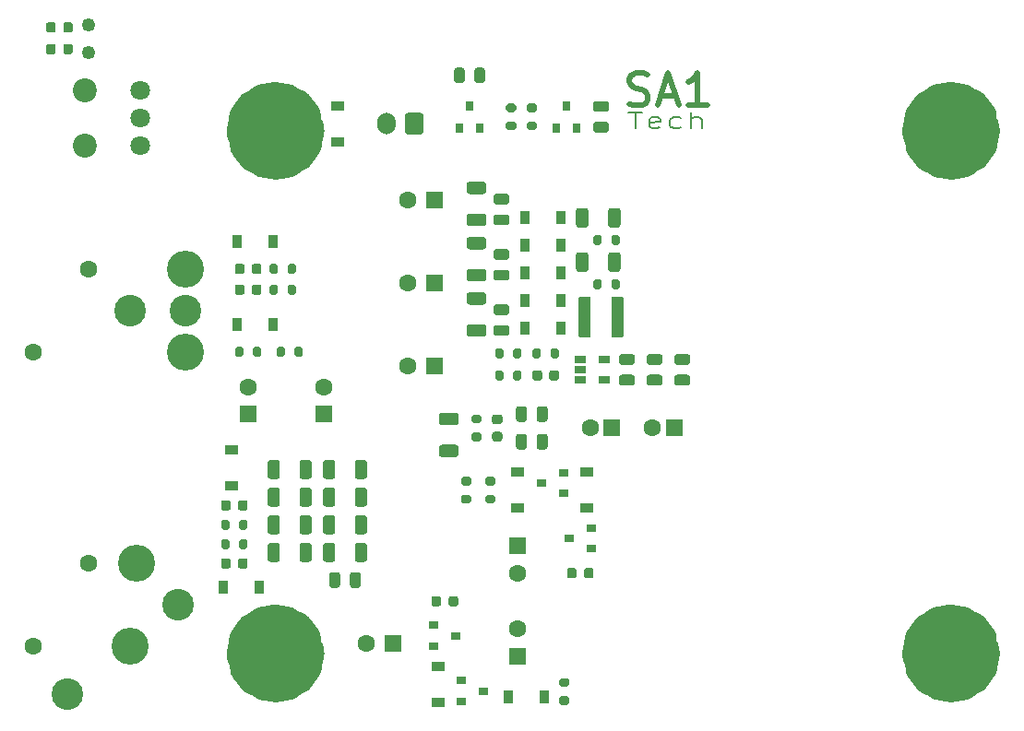
<source format=gts>
%TF.GenerationSoftware,KiCad,Pcbnew,(5.1.7)-1*%
%TF.CreationDate,2022-07-20T01:18:39+08:00*%
%TF.ProjectId,phantom_v1,7068616e-746f-46d5-9f76-312e6b696361,rev?*%
%TF.SameCoordinates,Original*%
%TF.FileFunction,Soldermask,Top*%
%TF.FilePolarity,Negative*%
%FSLAX46Y46*%
G04 Gerber Fmt 4.6, Leading zero omitted, Abs format (unit mm)*
G04 Created by KiCad (PCBNEW (5.1.7)-1) date 2022-07-20 01:18:39*
%MOMM*%
%LPD*%
G01*
G04 APERTURE LIST*
%ADD10C,4.500000*%
%ADD11C,0.200000*%
%ADD12C,0.500000*%
%ADD13C,1.600000*%
%ADD14R,1.600000X1.600000*%
%ADD15R,0.900000X1.200000*%
%ADD16C,2.200000*%
%ADD17C,1.800000*%
%ADD18R,0.900000X0.800000*%
%ADD19R,1.200000X0.900000*%
%ADD20C,1.250000*%
%ADD21C,3.200000*%
%ADD22C,2.900000*%
%ADD23C,3.400000*%
%ADD24R,0.800000X0.900000*%
%ADD25O,1.700000X2.000000*%
%ADD26R,1.060000X0.650000*%
G04 APERTURE END LIST*
D10*
X28250000Y8500000D02*
G75*
G03*
X28250000Y8500000I-2250000J0D01*
G01*
X28250000Y56500000D02*
G75*
G03*
X28250000Y56500000I-2250000J0D01*
G01*
X90250000Y56500000D02*
G75*
G03*
X90250000Y56500000I-2250000J0D01*
G01*
X90250000Y8500000D02*
G75*
G03*
X90250000Y8500000I-2250000J0D01*
G01*
D11*
X58415476Y58221428D02*
X59672619Y58221428D01*
X59044047Y56721428D02*
X59044047Y58221428D01*
X61244047Y56792857D02*
X61034523Y56721428D01*
X60615476Y56721428D01*
X60405952Y56792857D01*
X60301190Y56935714D01*
X60301190Y57507142D01*
X60405952Y57650000D01*
X60615476Y57721428D01*
X61034523Y57721428D01*
X61244047Y57650000D01*
X61348809Y57507142D01*
X61348809Y57364285D01*
X60301190Y57221428D01*
X63234523Y56792857D02*
X63025000Y56721428D01*
X62605952Y56721428D01*
X62396428Y56792857D01*
X62291666Y56864285D01*
X62186904Y57007142D01*
X62186904Y57435714D01*
X62291666Y57578571D01*
X62396428Y57650000D01*
X62605952Y57721428D01*
X63025000Y57721428D01*
X63234523Y57650000D01*
X64177380Y56721428D02*
X64177380Y58221428D01*
X65120238Y56721428D02*
X65120238Y57507142D01*
X65015476Y57650000D01*
X64805952Y57721428D01*
X64491666Y57721428D01*
X64282142Y57650000D01*
X64177380Y57578571D01*
D12*
X58480571Y58979714D02*
X58909142Y58836857D01*
X59623428Y58836857D01*
X59909142Y58979714D01*
X60052000Y59122571D01*
X60194857Y59408285D01*
X60194857Y59694000D01*
X60052000Y59979714D01*
X59909142Y60122571D01*
X59623428Y60265428D01*
X59052000Y60408285D01*
X58766285Y60551142D01*
X58623428Y60694000D01*
X58480571Y60979714D01*
X58480571Y61265428D01*
X58623428Y61551142D01*
X58766285Y61694000D01*
X59052000Y61836857D01*
X59766285Y61836857D01*
X60194857Y61694000D01*
X61337714Y59694000D02*
X62766285Y59694000D01*
X61052000Y58836857D02*
X62052000Y61836857D01*
X63052000Y58836857D01*
X65623428Y58836857D02*
X63909142Y58836857D01*
X64766285Y58836857D02*
X64766285Y61836857D01*
X64480571Y61408285D01*
X64194857Y61122571D01*
X63909142Y60979714D01*
%TO.C,R6*%
G36*
G01*
X43775000Y23920000D02*
X43225000Y23920000D01*
G75*
G02*
X43025000Y24120000I0J200000D01*
G01*
X43025000Y24520000D01*
G75*
G02*
X43225000Y24720000I200000J0D01*
G01*
X43775000Y24720000D01*
G75*
G02*
X43975000Y24520000I0J-200000D01*
G01*
X43975000Y24120000D01*
G75*
G02*
X43775000Y23920000I-200000J0D01*
G01*
G37*
G36*
G01*
X43775000Y22270000D02*
X43225000Y22270000D01*
G75*
G02*
X43025000Y22470000I0J200000D01*
G01*
X43025000Y22870000D01*
G75*
G02*
X43225000Y23070000I200000J0D01*
G01*
X43775000Y23070000D01*
G75*
G02*
X43975000Y22870000I0J-200000D01*
G01*
X43975000Y22470000D01*
G75*
G02*
X43775000Y22270000I-200000J0D01*
G01*
G37*
%TD*%
%TO.C,FB3*%
G36*
G01*
X41895000Y13038750D02*
X41895000Y13551250D01*
G75*
G02*
X42113750Y13770000I218750J0D01*
G01*
X42551250Y13770000D01*
G75*
G02*
X42770000Y13551250I0J-218750D01*
G01*
X42770000Y13038750D01*
G75*
G02*
X42551250Y12820000I-218750J0D01*
G01*
X42113750Y12820000D01*
G75*
G02*
X41895000Y13038750I0J218750D01*
G01*
G37*
G36*
G01*
X40320000Y13038750D02*
X40320000Y13551250D01*
G75*
G02*
X40538750Y13770000I218750J0D01*
G01*
X40976250Y13770000D01*
G75*
G02*
X41195000Y13551250I0J-218750D01*
G01*
X41195000Y13038750D01*
G75*
G02*
X40976250Y12820000I-218750J0D01*
G01*
X40538750Y12820000D01*
G75*
G02*
X40320000Y13038750I0J218750D01*
G01*
G37*
%TD*%
%TO.C,FB2*%
G36*
G01*
X53625000Y16131250D02*
X53625000Y15618750D01*
G75*
G02*
X53406250Y15400000I-218750J0D01*
G01*
X52968750Y15400000D01*
G75*
G02*
X52750000Y15618750I0J218750D01*
G01*
X52750000Y16131250D01*
G75*
G02*
X52968750Y16350000I218750J0D01*
G01*
X53406250Y16350000D01*
G75*
G02*
X53625000Y16131250I0J-218750D01*
G01*
G37*
G36*
G01*
X55200000Y16131250D02*
X55200000Y15618750D01*
G75*
G02*
X54981250Y15400000I-218750J0D01*
G01*
X54543750Y15400000D01*
G75*
G02*
X54325000Y15618750I0J218750D01*
G01*
X54325000Y16131250D01*
G75*
G02*
X54543750Y16350000I218750J0D01*
G01*
X54981250Y16350000D01*
G75*
G02*
X55200000Y16131250I0J-218750D01*
G01*
G37*
%TD*%
%TO.C,FB1*%
G36*
G01*
X46611250Y29560000D02*
X46098750Y29560000D01*
G75*
G02*
X45880000Y29778750I0J218750D01*
G01*
X45880000Y30216250D01*
G75*
G02*
X46098750Y30435000I218750J0D01*
G01*
X46611250Y30435000D01*
G75*
G02*
X46830000Y30216250I0J-218750D01*
G01*
X46830000Y29778750D01*
G75*
G02*
X46611250Y29560000I-218750J0D01*
G01*
G37*
G36*
G01*
X46611250Y27985000D02*
X46098750Y27985000D01*
G75*
G02*
X45880000Y28203750I0J218750D01*
G01*
X45880000Y28641250D01*
G75*
G02*
X46098750Y28860000I218750J0D01*
G01*
X46611250Y28860000D01*
G75*
G02*
X46830000Y28641250I0J-218750D01*
G01*
X46830000Y28203750D01*
G75*
G02*
X46611250Y27985000I-218750J0D01*
G01*
G37*
%TD*%
%TO.C,R7*%
G36*
G01*
X51225000Y35793000D02*
X51225000Y36343000D01*
G75*
G02*
X51425000Y36543000I200000J0D01*
G01*
X51825000Y36543000D01*
G75*
G02*
X52025000Y36343000I0J-200000D01*
G01*
X52025000Y35793000D01*
G75*
G02*
X51825000Y35593000I-200000J0D01*
G01*
X51425000Y35593000D01*
G75*
G02*
X51225000Y35793000I0J200000D01*
G01*
G37*
G36*
G01*
X49575000Y35793000D02*
X49575000Y36343000D01*
G75*
G02*
X49775000Y36543000I200000J0D01*
G01*
X50175000Y36543000D01*
G75*
G02*
X50375000Y36343000I0J-200000D01*
G01*
X50375000Y35793000D01*
G75*
G02*
X50175000Y35593000I-200000J0D01*
G01*
X49775000Y35593000D01*
G75*
G02*
X49575000Y35793000I0J200000D01*
G01*
G37*
%TD*%
D13*
%TO.C,C18*%
X60595000Y29210000D03*
D14*
X62595000Y29210000D03*
%TD*%
%TO.C,R3*%
G36*
G01*
X56813000Y42143000D02*
X56813000Y42693000D01*
G75*
G02*
X57013000Y42893000I200000J0D01*
G01*
X57413000Y42893000D01*
G75*
G02*
X57613000Y42693000I0J-200000D01*
G01*
X57613000Y42143000D01*
G75*
G02*
X57413000Y41943000I-200000J0D01*
G01*
X57013000Y41943000D01*
G75*
G02*
X56813000Y42143000I0J200000D01*
G01*
G37*
G36*
G01*
X55163000Y42143000D02*
X55163000Y42693000D01*
G75*
G02*
X55363000Y42893000I200000J0D01*
G01*
X55763000Y42893000D01*
G75*
G02*
X55963000Y42693000I0J-200000D01*
G01*
X55963000Y42143000D01*
G75*
G02*
X55763000Y41943000I-200000J0D01*
G01*
X55363000Y41943000D01*
G75*
G02*
X55163000Y42143000I0J200000D01*
G01*
G37*
%TD*%
%TO.C,R2*%
G36*
G01*
X56813000Y46207000D02*
X56813000Y46757000D01*
G75*
G02*
X57013000Y46957000I200000J0D01*
G01*
X57413000Y46957000D01*
G75*
G02*
X57613000Y46757000I0J-200000D01*
G01*
X57613000Y46207000D01*
G75*
G02*
X57413000Y46007000I-200000J0D01*
G01*
X57013000Y46007000D01*
G75*
G02*
X56813000Y46207000I0J200000D01*
G01*
G37*
G36*
G01*
X55163000Y46207000D02*
X55163000Y46757000D01*
G75*
G02*
X55363000Y46957000I200000J0D01*
G01*
X55763000Y46957000D01*
G75*
G02*
X55963000Y46757000I0J-200000D01*
G01*
X55963000Y46207000D01*
G75*
G02*
X55763000Y46007000I-200000J0D01*
G01*
X55363000Y46007000D01*
G75*
G02*
X55163000Y46207000I0J200000D01*
G01*
G37*
%TD*%
D15*
%TO.C,D3*%
X48896000Y45974000D03*
X52196000Y45974000D03*
%TD*%
%TO.C,D2*%
X52196000Y48514000D03*
X48896000Y48514000D03*
%TD*%
%TO.C,C6*%
G36*
G01*
X54726000Y49164001D02*
X54726000Y47863999D01*
G75*
G02*
X54476001Y47614000I-249999J0D01*
G01*
X53825999Y47614000D01*
G75*
G02*
X53576000Y47863999I0J249999D01*
G01*
X53576000Y49164001D01*
G75*
G02*
X53825999Y49414000I249999J0D01*
G01*
X54476001Y49414000D01*
G75*
G02*
X54726000Y49164001I0J-249999D01*
G01*
G37*
G36*
G01*
X57676000Y49164001D02*
X57676000Y47863999D01*
G75*
G02*
X57426001Y47614000I-249999J0D01*
G01*
X56775999Y47614000D01*
G75*
G02*
X56526000Y47863999I0J249999D01*
G01*
X56526000Y49164001D01*
G75*
G02*
X56775999Y49414000I249999J0D01*
G01*
X57426001Y49414000D01*
G75*
G02*
X57676000Y49164001I0J-249999D01*
G01*
G37*
%TD*%
%TO.C,C4*%
G36*
G01*
X49980000Y30005000D02*
X49980000Y30955000D01*
G75*
G02*
X50230000Y31205000I250000J0D01*
G01*
X50730000Y31205000D01*
G75*
G02*
X50980000Y30955000I0J-250000D01*
G01*
X50980000Y30005000D01*
G75*
G02*
X50730000Y29755000I-250000J0D01*
G01*
X50230000Y29755000D01*
G75*
G02*
X49980000Y30005000I0J250000D01*
G01*
G37*
G36*
G01*
X48080000Y30005000D02*
X48080000Y30955000D01*
G75*
G02*
X48330000Y31205000I250000J0D01*
G01*
X48830000Y31205000D01*
G75*
G02*
X49080000Y30955000I0J-250000D01*
G01*
X49080000Y30005000D01*
G75*
G02*
X48830000Y29755000I-250000J0D01*
G01*
X48330000Y29755000D01*
G75*
G02*
X48080000Y30005000I0J250000D01*
G01*
G37*
%TD*%
D13*
%TO.C,C3*%
X38140000Y50165000D03*
D14*
X40640000Y50165000D03*
%TD*%
%TO.C,C2*%
G36*
G01*
X45100001Y50684000D02*
X43799999Y50684000D01*
G75*
G02*
X43550000Y50933999I0J249999D01*
G01*
X43550000Y51584001D01*
G75*
G02*
X43799999Y51834000I249999J0D01*
G01*
X45100001Y51834000D01*
G75*
G02*
X45350000Y51584001I0J-249999D01*
G01*
X45350000Y50933999D01*
G75*
G02*
X45100001Y50684000I-249999J0D01*
G01*
G37*
G36*
G01*
X45100001Y47734000D02*
X43799999Y47734000D01*
G75*
G02*
X43550000Y47983999I0J249999D01*
G01*
X43550000Y48634001D01*
G75*
G02*
X43799999Y48884000I249999J0D01*
G01*
X45100001Y48884000D01*
G75*
G02*
X45350000Y48634001I0J-249999D01*
G01*
X45350000Y47983999D01*
G75*
G02*
X45100001Y47734000I-249999J0D01*
G01*
G37*
%TD*%
%TO.C,C1*%
G36*
G01*
X47211000Y49726000D02*
X46261000Y49726000D01*
G75*
G02*
X46011000Y49976000I0J250000D01*
G01*
X46011000Y50476000D01*
G75*
G02*
X46261000Y50726000I250000J0D01*
G01*
X47211000Y50726000D01*
G75*
G02*
X47461000Y50476000I0J-250000D01*
G01*
X47461000Y49976000D01*
G75*
G02*
X47211000Y49726000I-250000J0D01*
G01*
G37*
G36*
G01*
X47211000Y47826000D02*
X46261000Y47826000D01*
G75*
G02*
X46011000Y48076000I0J250000D01*
G01*
X46011000Y48576000D01*
G75*
G02*
X46261000Y48826000I250000J0D01*
G01*
X47211000Y48826000D01*
G75*
G02*
X47461000Y48576000I0J-250000D01*
G01*
X47461000Y48076000D01*
G75*
G02*
X47211000Y47826000I-250000J0D01*
G01*
G37*
%TD*%
D16*
%TO.C,SW1*%
X8500000Y60240000D03*
X8500000Y55160000D03*
D17*
X13580000Y60240000D03*
X13580000Y57700000D03*
X13580000Y55160000D03*
%TD*%
%TO.C,L1*%
G36*
G01*
X54930000Y41147400D02*
X54930000Y37592600D01*
G75*
G02*
X54857400Y37520000I-72600J0D01*
G01*
X53902600Y37520000D01*
G75*
G02*
X53830000Y37592600I0J72600D01*
G01*
X53830000Y41147400D01*
G75*
G02*
X53902600Y41220000I72600J0D01*
G01*
X54857400Y41220000D01*
G75*
G02*
X54930000Y41147400I0J-72600D01*
G01*
G37*
G36*
G01*
X57930000Y41147400D02*
X57930000Y37592600D01*
G75*
G02*
X57857400Y37520000I-72600J0D01*
G01*
X56902600Y37520000D01*
G75*
G02*
X56830000Y37592600I0J72600D01*
G01*
X56830000Y41147400D01*
G75*
G02*
X56902600Y41220000I72600J0D01*
G01*
X57857400Y41220000D01*
G75*
G02*
X57930000Y41147400I0J-72600D01*
G01*
G37*
%TD*%
%TO.C,R4*%
G36*
G01*
X47796000Y33761000D02*
X47796000Y34311000D01*
G75*
G02*
X47996000Y34511000I200000J0D01*
G01*
X48396000Y34511000D01*
G75*
G02*
X48596000Y34311000I0J-200000D01*
G01*
X48596000Y33761000D01*
G75*
G02*
X48396000Y33561000I-200000J0D01*
G01*
X47996000Y33561000D01*
G75*
G02*
X47796000Y33761000I0J200000D01*
G01*
G37*
G36*
G01*
X46146000Y33761000D02*
X46146000Y34311000D01*
G75*
G02*
X46346000Y34511000I200000J0D01*
G01*
X46746000Y34511000D01*
G75*
G02*
X46946000Y34311000I0J-200000D01*
G01*
X46946000Y33761000D01*
G75*
G02*
X46746000Y33561000I-200000J0D01*
G01*
X46346000Y33561000D01*
G75*
G02*
X46146000Y33761000I0J200000D01*
G01*
G37*
%TD*%
D18*
%TO.C,Q5*%
X45085000Y5040000D03*
X43085000Y4090000D03*
X43085000Y5990000D03*
%TD*%
%TO.C,R9*%
G36*
G01*
X45445000Y23070000D02*
X45995000Y23070000D01*
G75*
G02*
X46195000Y22870000I0J-200000D01*
G01*
X46195000Y22470000D01*
G75*
G02*
X45995000Y22270000I-200000J0D01*
G01*
X45445000Y22270000D01*
G75*
G02*
X45245000Y22470000I0J200000D01*
G01*
X45245000Y22870000D01*
G75*
G02*
X45445000Y23070000I200000J0D01*
G01*
G37*
G36*
G01*
X45445000Y24720000D02*
X45995000Y24720000D01*
G75*
G02*
X46195000Y24520000I0J-200000D01*
G01*
X46195000Y24120000D01*
G75*
G02*
X45995000Y23920000I-200000J0D01*
G01*
X45445000Y23920000D01*
G75*
G02*
X45245000Y24120000I0J200000D01*
G01*
X45245000Y24520000D01*
G75*
G02*
X45445000Y24720000I200000J0D01*
G01*
G37*
%TD*%
D13*
%TO.C,C19*%
X54880000Y29210000D03*
D14*
X56880000Y29210000D03*
%TD*%
D13*
%TO.C,C25*%
X23495000Y32980000D03*
D14*
X23495000Y30480000D03*
%TD*%
D13*
%TO.C,C26*%
X30480000Y32980000D03*
D14*
X30480000Y30480000D03*
%TD*%
%TO.C,C31*%
G36*
G01*
X22550000Y21848000D02*
X22550000Y22348000D01*
G75*
G02*
X22775000Y22573000I225000J0D01*
G01*
X23225000Y22573000D01*
G75*
G02*
X23450000Y22348000I0J-225000D01*
G01*
X23450000Y21848000D01*
G75*
G02*
X23225000Y21623000I-225000J0D01*
G01*
X22775000Y21623000D01*
G75*
G02*
X22550000Y21848000I0J225000D01*
G01*
G37*
G36*
G01*
X21000000Y21848000D02*
X21000000Y22348000D01*
G75*
G02*
X21225000Y22573000I225000J0D01*
G01*
X21675000Y22573000D01*
G75*
G02*
X21900000Y22348000I0J-225000D01*
G01*
X21900000Y21848000D01*
G75*
G02*
X21675000Y21623000I-225000J0D01*
G01*
X21225000Y21623000D01*
G75*
G02*
X21000000Y21848000I0J225000D01*
G01*
G37*
%TD*%
%TO.C,C30*%
G36*
G01*
X22550000Y16514000D02*
X22550000Y17014000D01*
G75*
G02*
X22775000Y17239000I225000J0D01*
G01*
X23225000Y17239000D01*
G75*
G02*
X23450000Y17014000I0J-225000D01*
G01*
X23450000Y16514000D01*
G75*
G02*
X23225000Y16289000I-225000J0D01*
G01*
X22775000Y16289000D01*
G75*
G02*
X22550000Y16514000I0J225000D01*
G01*
G37*
G36*
G01*
X21000000Y16514000D02*
X21000000Y17014000D01*
G75*
G02*
X21225000Y17239000I225000J0D01*
G01*
X21675000Y17239000D01*
G75*
G02*
X21900000Y17014000I0J-225000D01*
G01*
X21900000Y16514000D01*
G75*
G02*
X21675000Y16289000I-225000J0D01*
G01*
X21225000Y16289000D01*
G75*
G02*
X21000000Y16514000I0J225000D01*
G01*
G37*
%TD*%
%TO.C,C29*%
G36*
G01*
X23170000Y42160000D02*
X23170000Y41660000D01*
G75*
G02*
X22945000Y41435000I-225000J0D01*
G01*
X22495000Y41435000D01*
G75*
G02*
X22270000Y41660000I0J225000D01*
G01*
X22270000Y42160000D01*
G75*
G02*
X22495000Y42385000I225000J0D01*
G01*
X22945000Y42385000D01*
G75*
G02*
X23170000Y42160000I0J-225000D01*
G01*
G37*
G36*
G01*
X24720000Y42160000D02*
X24720000Y41660000D01*
G75*
G02*
X24495000Y41435000I-225000J0D01*
G01*
X24045000Y41435000D01*
G75*
G02*
X23820000Y41660000I0J225000D01*
G01*
X23820000Y42160000D01*
G75*
G02*
X24045000Y42385000I225000J0D01*
G01*
X24495000Y42385000D01*
G75*
G02*
X24720000Y42160000I0J-225000D01*
G01*
G37*
%TD*%
%TO.C,C28*%
G36*
G01*
X23170000Y44065000D02*
X23170000Y43565000D01*
G75*
G02*
X22945000Y43340000I-225000J0D01*
G01*
X22495000Y43340000D01*
G75*
G02*
X22270000Y43565000I0J225000D01*
G01*
X22270000Y44065000D01*
G75*
G02*
X22495000Y44290000I225000J0D01*
G01*
X22945000Y44290000D01*
G75*
G02*
X23170000Y44065000I0J-225000D01*
G01*
G37*
G36*
G01*
X24720000Y44065000D02*
X24720000Y43565000D01*
G75*
G02*
X24495000Y43340000I-225000J0D01*
G01*
X24045000Y43340000D01*
G75*
G02*
X23820000Y43565000I0J225000D01*
G01*
X23820000Y44065000D01*
G75*
G02*
X24045000Y44290000I225000J0D01*
G01*
X24495000Y44290000D01*
G75*
G02*
X24720000Y44065000I0J-225000D01*
G01*
G37*
%TD*%
%TO.C,R25*%
G36*
G01*
X23070000Y36470000D02*
X23070000Y35920000D01*
G75*
G02*
X22870000Y35720000I-200000J0D01*
G01*
X22470000Y35720000D01*
G75*
G02*
X22270000Y35920000I0J200000D01*
G01*
X22270000Y36470000D01*
G75*
G02*
X22470000Y36670000I200000J0D01*
G01*
X22870000Y36670000D01*
G75*
G02*
X23070000Y36470000I0J-200000D01*
G01*
G37*
G36*
G01*
X24720000Y36470000D02*
X24720000Y35920000D01*
G75*
G02*
X24520000Y35720000I-200000J0D01*
G01*
X24120000Y35720000D01*
G75*
G02*
X23920000Y35920000I0J200000D01*
G01*
X23920000Y36470000D01*
G75*
G02*
X24120000Y36670000I200000J0D01*
G01*
X24520000Y36670000D01*
G75*
G02*
X24720000Y36470000I0J-200000D01*
G01*
G37*
%TD*%
%TO.C,R24*%
G36*
G01*
X26880000Y36470000D02*
X26880000Y35920000D01*
G75*
G02*
X26680000Y35720000I-200000J0D01*
G01*
X26280000Y35720000D01*
G75*
G02*
X26080000Y35920000I0J200000D01*
G01*
X26080000Y36470000D01*
G75*
G02*
X26280000Y36670000I200000J0D01*
G01*
X26680000Y36670000D01*
G75*
G02*
X26880000Y36470000I0J-200000D01*
G01*
G37*
G36*
G01*
X28530000Y36470000D02*
X28530000Y35920000D01*
G75*
G02*
X28330000Y35720000I-200000J0D01*
G01*
X27930000Y35720000D01*
G75*
G02*
X27730000Y35920000I0J200000D01*
G01*
X27730000Y36470000D01*
G75*
G02*
X27930000Y36670000I200000J0D01*
G01*
X28330000Y36670000D01*
G75*
G02*
X28530000Y36470000I0J-200000D01*
G01*
G37*
%TD*%
%TO.C,R20*%
G36*
G01*
X26245000Y42185000D02*
X26245000Y41635000D01*
G75*
G02*
X26045000Y41435000I-200000J0D01*
G01*
X25645000Y41435000D01*
G75*
G02*
X25445000Y41635000I0J200000D01*
G01*
X25445000Y42185000D01*
G75*
G02*
X25645000Y42385000I200000J0D01*
G01*
X26045000Y42385000D01*
G75*
G02*
X26245000Y42185000I0J-200000D01*
G01*
G37*
G36*
G01*
X27895000Y42185000D02*
X27895000Y41635000D01*
G75*
G02*
X27695000Y41435000I-200000J0D01*
G01*
X27295000Y41435000D01*
G75*
G02*
X27095000Y41635000I0J200000D01*
G01*
X27095000Y42185000D01*
G75*
G02*
X27295000Y42385000I200000J0D01*
G01*
X27695000Y42385000D01*
G75*
G02*
X27895000Y42185000I0J-200000D01*
G01*
G37*
%TD*%
%TO.C,R22*%
G36*
G01*
X26245000Y44090000D02*
X26245000Y43540000D01*
G75*
G02*
X26045000Y43340000I-200000J0D01*
G01*
X25645000Y43340000D01*
G75*
G02*
X25445000Y43540000I0J200000D01*
G01*
X25445000Y44090000D01*
G75*
G02*
X25645000Y44290000I200000J0D01*
G01*
X26045000Y44290000D01*
G75*
G02*
X26245000Y44090000I0J-200000D01*
G01*
G37*
G36*
G01*
X27895000Y44090000D02*
X27895000Y43540000D01*
G75*
G02*
X27695000Y43340000I-200000J0D01*
G01*
X27295000Y43340000D01*
G75*
G02*
X27095000Y43540000I0J200000D01*
G01*
X27095000Y44090000D01*
G75*
G02*
X27295000Y44290000I200000J0D01*
G01*
X27695000Y44290000D01*
G75*
G02*
X27895000Y44090000I0J-200000D01*
G01*
G37*
%TD*%
%TO.C,R21*%
G36*
G01*
X22650000Y20045000D02*
X22650000Y20595000D01*
G75*
G02*
X22850000Y20795000I200000J0D01*
G01*
X23250000Y20795000D01*
G75*
G02*
X23450000Y20595000I0J-200000D01*
G01*
X23450000Y20045000D01*
G75*
G02*
X23250000Y19845000I-200000J0D01*
G01*
X22850000Y19845000D01*
G75*
G02*
X22650000Y20045000I0J200000D01*
G01*
G37*
G36*
G01*
X21000000Y20045000D02*
X21000000Y20595000D01*
G75*
G02*
X21200000Y20795000I200000J0D01*
G01*
X21600000Y20795000D01*
G75*
G02*
X21800000Y20595000I0J-200000D01*
G01*
X21800000Y20045000D01*
G75*
G02*
X21600000Y19845000I-200000J0D01*
G01*
X21200000Y19845000D01*
G75*
G02*
X21000000Y20045000I0J200000D01*
G01*
G37*
%TD*%
%TO.C,R23*%
G36*
G01*
X22650000Y18267000D02*
X22650000Y18817000D01*
G75*
G02*
X22850000Y19017000I200000J0D01*
G01*
X23250000Y19017000D01*
G75*
G02*
X23450000Y18817000I0J-200000D01*
G01*
X23450000Y18267000D01*
G75*
G02*
X23250000Y18067000I-200000J0D01*
G01*
X22850000Y18067000D01*
G75*
G02*
X22650000Y18267000I0J200000D01*
G01*
G37*
G36*
G01*
X21000000Y18267000D02*
X21000000Y18817000D01*
G75*
G02*
X21200000Y19017000I200000J0D01*
G01*
X21600000Y19017000D01*
G75*
G02*
X21800000Y18817000I0J-200000D01*
G01*
X21800000Y18267000D01*
G75*
G02*
X21600000Y18067000I-200000J0D01*
G01*
X21200000Y18067000D01*
G75*
G02*
X21000000Y18267000I0J200000D01*
G01*
G37*
%TD*%
%TO.C,R18*%
G36*
G01*
X28205000Y24774997D02*
X28205000Y26025003D01*
G75*
G02*
X28454997Y26275000I249997J0D01*
G01*
X29080003Y26275000D01*
G75*
G02*
X29330000Y26025003I0J-249997D01*
G01*
X29330000Y24774997D01*
G75*
G02*
X29080003Y24525000I-249997J0D01*
G01*
X28454997Y24525000D01*
G75*
G02*
X28205000Y24774997I0J249997D01*
G01*
G37*
G36*
G01*
X25280000Y24774997D02*
X25280000Y26025003D01*
G75*
G02*
X25529997Y26275000I249997J0D01*
G01*
X26155003Y26275000D01*
G75*
G02*
X26405000Y26025003I0J-249997D01*
G01*
X26405000Y24774997D01*
G75*
G02*
X26155003Y24525000I-249997J0D01*
G01*
X25529997Y24525000D01*
G75*
G02*
X25280000Y24774997I0J249997D01*
G01*
G37*
%TD*%
%TO.C,R14*%
G36*
G01*
X33285000Y24774997D02*
X33285000Y26025003D01*
G75*
G02*
X33534997Y26275000I249997J0D01*
G01*
X34160003Y26275000D01*
G75*
G02*
X34410000Y26025003I0J-249997D01*
G01*
X34410000Y24774997D01*
G75*
G02*
X34160003Y24525000I-249997J0D01*
G01*
X33534997Y24525000D01*
G75*
G02*
X33285000Y24774997I0J249997D01*
G01*
G37*
G36*
G01*
X30360000Y24774997D02*
X30360000Y26025003D01*
G75*
G02*
X30609997Y26275000I249997J0D01*
G01*
X31235003Y26275000D01*
G75*
G02*
X31485000Y26025003I0J-249997D01*
G01*
X31485000Y24774997D01*
G75*
G02*
X31235003Y24525000I-249997J0D01*
G01*
X30609997Y24525000D01*
G75*
G02*
X30360000Y24774997I0J249997D01*
G01*
G37*
%TD*%
%TO.C,R17*%
G36*
G01*
X28205000Y22234997D02*
X28205000Y23485003D01*
G75*
G02*
X28454997Y23735000I249997J0D01*
G01*
X29080003Y23735000D01*
G75*
G02*
X29330000Y23485003I0J-249997D01*
G01*
X29330000Y22234997D01*
G75*
G02*
X29080003Y21985000I-249997J0D01*
G01*
X28454997Y21985000D01*
G75*
G02*
X28205000Y22234997I0J249997D01*
G01*
G37*
G36*
G01*
X25280000Y22234997D02*
X25280000Y23485003D01*
G75*
G02*
X25529997Y23735000I249997J0D01*
G01*
X26155003Y23735000D01*
G75*
G02*
X26405000Y23485003I0J-249997D01*
G01*
X26405000Y22234997D01*
G75*
G02*
X26155003Y21985000I-249997J0D01*
G01*
X25529997Y21985000D01*
G75*
G02*
X25280000Y22234997I0J249997D01*
G01*
G37*
%TD*%
%TO.C,R13*%
G36*
G01*
X33285000Y22234997D02*
X33285000Y23485003D01*
G75*
G02*
X33534997Y23735000I249997J0D01*
G01*
X34160003Y23735000D01*
G75*
G02*
X34410000Y23485003I0J-249997D01*
G01*
X34410000Y22234997D01*
G75*
G02*
X34160003Y21985000I-249997J0D01*
G01*
X33534997Y21985000D01*
G75*
G02*
X33285000Y22234997I0J249997D01*
G01*
G37*
G36*
G01*
X30360000Y22234997D02*
X30360000Y23485003D01*
G75*
G02*
X30609997Y23735000I249997J0D01*
G01*
X31235003Y23735000D01*
G75*
G02*
X31485000Y23485003I0J-249997D01*
G01*
X31485000Y22234997D01*
G75*
G02*
X31235003Y21985000I-249997J0D01*
G01*
X30609997Y21985000D01*
G75*
G02*
X30360000Y22234997I0J249997D01*
G01*
G37*
%TD*%
%TO.C,R16*%
G36*
G01*
X28205000Y19694997D02*
X28205000Y20945003D01*
G75*
G02*
X28454997Y21195000I249997J0D01*
G01*
X29080003Y21195000D01*
G75*
G02*
X29330000Y20945003I0J-249997D01*
G01*
X29330000Y19694997D01*
G75*
G02*
X29080003Y19445000I-249997J0D01*
G01*
X28454997Y19445000D01*
G75*
G02*
X28205000Y19694997I0J249997D01*
G01*
G37*
G36*
G01*
X25280000Y19694997D02*
X25280000Y20945003D01*
G75*
G02*
X25529997Y21195000I249997J0D01*
G01*
X26155003Y21195000D01*
G75*
G02*
X26405000Y20945003I0J-249997D01*
G01*
X26405000Y19694997D01*
G75*
G02*
X26155003Y19445000I-249997J0D01*
G01*
X25529997Y19445000D01*
G75*
G02*
X25280000Y19694997I0J249997D01*
G01*
G37*
%TD*%
%TO.C,R12*%
G36*
G01*
X33285000Y19694997D02*
X33285000Y20945003D01*
G75*
G02*
X33534997Y21195000I249997J0D01*
G01*
X34160003Y21195000D01*
G75*
G02*
X34410000Y20945003I0J-249997D01*
G01*
X34410000Y19694997D01*
G75*
G02*
X34160003Y19445000I-249997J0D01*
G01*
X33534997Y19445000D01*
G75*
G02*
X33285000Y19694997I0J249997D01*
G01*
G37*
G36*
G01*
X30360000Y19694997D02*
X30360000Y20945003D01*
G75*
G02*
X30609997Y21195000I249997J0D01*
G01*
X31235003Y21195000D01*
G75*
G02*
X31485000Y20945003I0J-249997D01*
G01*
X31485000Y19694997D01*
G75*
G02*
X31235003Y19445000I-249997J0D01*
G01*
X30609997Y19445000D01*
G75*
G02*
X30360000Y19694997I0J249997D01*
G01*
G37*
%TD*%
%TO.C,R15*%
G36*
G01*
X28205000Y17154997D02*
X28205000Y18405003D01*
G75*
G02*
X28454997Y18655000I249997J0D01*
G01*
X29080003Y18655000D01*
G75*
G02*
X29330000Y18405003I0J-249997D01*
G01*
X29330000Y17154997D01*
G75*
G02*
X29080003Y16905000I-249997J0D01*
G01*
X28454997Y16905000D01*
G75*
G02*
X28205000Y17154997I0J249997D01*
G01*
G37*
G36*
G01*
X25280000Y17154997D02*
X25280000Y18405003D01*
G75*
G02*
X25529997Y18655000I249997J0D01*
G01*
X26155003Y18655000D01*
G75*
G02*
X26405000Y18405003I0J-249997D01*
G01*
X26405000Y17154997D01*
G75*
G02*
X26155003Y16905000I-249997J0D01*
G01*
X25529997Y16905000D01*
G75*
G02*
X25280000Y17154997I0J249997D01*
G01*
G37*
%TD*%
%TO.C,R11*%
G36*
G01*
X33285000Y17154997D02*
X33285000Y18405003D01*
G75*
G02*
X33534997Y18655000I249997J0D01*
G01*
X34160003Y18655000D01*
G75*
G02*
X34410000Y18405003I0J-249997D01*
G01*
X34410000Y17154997D01*
G75*
G02*
X34160003Y16905000I-249997J0D01*
G01*
X33534997Y16905000D01*
G75*
G02*
X33285000Y17154997I0J249997D01*
G01*
G37*
G36*
G01*
X30360000Y17154997D02*
X30360000Y18405003D01*
G75*
G02*
X30609997Y18655000I249997J0D01*
G01*
X31235003Y18655000D01*
G75*
G02*
X31485000Y18405003I0J-249997D01*
G01*
X31485000Y17154997D01*
G75*
G02*
X31235003Y16905000I-249997J0D01*
G01*
X30609997Y16905000D01*
G75*
G02*
X30360000Y17154997I0J249997D01*
G01*
G37*
%TD*%
%TO.C,R10*%
G36*
G01*
X52775000Y5425000D02*
X52225000Y5425000D01*
G75*
G02*
X52025000Y5625000I0J200000D01*
G01*
X52025000Y6025000D01*
G75*
G02*
X52225000Y6225000I200000J0D01*
G01*
X52775000Y6225000D01*
G75*
G02*
X52975000Y6025000I0J-200000D01*
G01*
X52975000Y5625000D01*
G75*
G02*
X52775000Y5425000I-200000J0D01*
G01*
G37*
G36*
G01*
X52775000Y3775000D02*
X52225000Y3775000D01*
G75*
G02*
X52025000Y3975000I0J200000D01*
G01*
X52025000Y4375000D01*
G75*
G02*
X52225000Y4575000I200000J0D01*
G01*
X52775000Y4575000D01*
G75*
G02*
X52975000Y4375000I0J-200000D01*
G01*
X52975000Y3975000D01*
G75*
G02*
X52775000Y3775000I-200000J0D01*
G01*
G37*
%TD*%
%TO.C,R1*%
G36*
G01*
X44725000Y29635000D02*
X44175000Y29635000D01*
G75*
G02*
X43975000Y29835000I0J200000D01*
G01*
X43975000Y30235000D01*
G75*
G02*
X44175000Y30435000I200000J0D01*
G01*
X44725000Y30435000D01*
G75*
G02*
X44925000Y30235000I0J-200000D01*
G01*
X44925000Y29835000D01*
G75*
G02*
X44725000Y29635000I-200000J0D01*
G01*
G37*
G36*
G01*
X44725000Y27985000D02*
X44175000Y27985000D01*
G75*
G02*
X43975000Y28185000I0J200000D01*
G01*
X43975000Y28585000D01*
G75*
G02*
X44175000Y28785000I200000J0D01*
G01*
X44725000Y28785000D01*
G75*
G02*
X44925000Y28585000I0J-200000D01*
G01*
X44925000Y28185000D01*
G75*
G02*
X44725000Y27985000I-200000J0D01*
G01*
G37*
%TD*%
%TO.C,R5*%
G36*
G01*
X47796000Y35793000D02*
X47796000Y36343000D01*
G75*
G02*
X47996000Y36543000I200000J0D01*
G01*
X48396000Y36543000D01*
G75*
G02*
X48596000Y36343000I0J-200000D01*
G01*
X48596000Y35793000D01*
G75*
G02*
X48396000Y35593000I-200000J0D01*
G01*
X47996000Y35593000D01*
G75*
G02*
X47796000Y35793000I0J200000D01*
G01*
G37*
G36*
G01*
X46146000Y35793000D02*
X46146000Y36343000D01*
G75*
G02*
X46346000Y36543000I200000J0D01*
G01*
X46746000Y36543000D01*
G75*
G02*
X46946000Y36343000I0J-200000D01*
G01*
X46946000Y35793000D01*
G75*
G02*
X46746000Y35593000I-200000J0D01*
G01*
X46346000Y35593000D01*
G75*
G02*
X46146000Y35793000I0J200000D01*
G01*
G37*
%TD*%
%TO.C,C20*%
G36*
G01*
X51125000Y33786000D02*
X51125000Y34286000D01*
G75*
G02*
X51350000Y34511000I225000J0D01*
G01*
X51800000Y34511000D01*
G75*
G02*
X52025000Y34286000I0J-225000D01*
G01*
X52025000Y33786000D01*
G75*
G02*
X51800000Y33561000I-225000J0D01*
G01*
X51350000Y33561000D01*
G75*
G02*
X51125000Y33786000I0J225000D01*
G01*
G37*
G36*
G01*
X49575000Y33786000D02*
X49575000Y34286000D01*
G75*
G02*
X49800000Y34511000I225000J0D01*
G01*
X50250000Y34511000D01*
G75*
G02*
X50475000Y34286000I0J-225000D01*
G01*
X50475000Y33786000D01*
G75*
G02*
X50250000Y33561000I-225000J0D01*
G01*
X49800000Y33561000D01*
G75*
G02*
X49575000Y33786000I0J225000D01*
G01*
G37*
%TD*%
%TO.C,C21*%
G36*
G01*
X31935000Y15715000D02*
X31935000Y14765000D01*
G75*
G02*
X31685000Y14515000I-250000J0D01*
G01*
X31185000Y14515000D01*
G75*
G02*
X30935000Y14765000I0J250000D01*
G01*
X30935000Y15715000D01*
G75*
G02*
X31185000Y15965000I250000J0D01*
G01*
X31685000Y15965000D01*
G75*
G02*
X31935000Y15715000I0J-250000D01*
G01*
G37*
G36*
G01*
X33835000Y15715000D02*
X33835000Y14765000D01*
G75*
G02*
X33585000Y14515000I-250000J0D01*
G01*
X33085000Y14515000D01*
G75*
G02*
X32835000Y14765000I0J250000D01*
G01*
X32835000Y15715000D01*
G75*
G02*
X33085000Y15965000I250000J0D01*
G01*
X33585000Y15965000D01*
G75*
G02*
X33835000Y15715000I0J-250000D01*
G01*
G37*
%TD*%
D19*
%TO.C,D10*%
X40910000Y4025000D03*
X40910000Y7325000D03*
%TD*%
D18*
%TO.C,Q3*%
X42545000Y10120000D03*
X40545000Y9170000D03*
X40545000Y11070000D03*
%TD*%
%TO.C,Q4*%
X50435000Y24130000D03*
X52435000Y25080000D03*
X52435000Y23180000D03*
%TD*%
%TO.C,Q2*%
X52975000Y19050000D03*
X54975000Y20000000D03*
X54975000Y18100000D03*
%TD*%
D15*
%TO.C,D8*%
X47350000Y4500000D03*
X50650000Y4500000D03*
%TD*%
D19*
%TO.C,D9*%
X54610000Y25145000D03*
X54610000Y21845000D03*
%TD*%
%TO.C,D7*%
X48260000Y21845000D03*
X48260000Y25145000D03*
%TD*%
D13*
%TO.C,C23*%
X48260000Y10775000D03*
D14*
X48260000Y8275000D03*
%TD*%
D20*
%TO.C,N5*%
X8880000Y66270000D03*
X8880000Y63730000D03*
%TD*%
D21*
%TO.C,H4*%
X88000000Y8500000D03*
%TD*%
%TO.C,H3*%
X88000000Y56500000D03*
%TD*%
%TO.C,H2*%
X26000000Y8500000D03*
%TD*%
%TO.C,H1*%
X26000000Y56500000D03*
%TD*%
%TO.C,R26*%
G36*
G01*
X49255000Y57360000D02*
X49805000Y57360000D01*
G75*
G02*
X50005000Y57160000I0J-200000D01*
G01*
X50005000Y56760000D01*
G75*
G02*
X49805000Y56560000I-200000J0D01*
G01*
X49255000Y56560000D01*
G75*
G02*
X49055000Y56760000I0J200000D01*
G01*
X49055000Y57160000D01*
G75*
G02*
X49255000Y57360000I200000J0D01*
G01*
G37*
G36*
G01*
X49255000Y59010000D02*
X49805000Y59010000D01*
G75*
G02*
X50005000Y58810000I0J-200000D01*
G01*
X50005000Y58410000D01*
G75*
G02*
X49805000Y58210000I-200000J0D01*
G01*
X49255000Y58210000D01*
G75*
G02*
X49055000Y58410000I0J200000D01*
G01*
X49055000Y58810000D01*
G75*
G02*
X49255000Y59010000I200000J0D01*
G01*
G37*
%TD*%
%TO.C,R19*%
G36*
G01*
X47900000Y58210000D02*
X47350000Y58210000D01*
G75*
G02*
X47150000Y58410000I0J200000D01*
G01*
X47150000Y58810000D01*
G75*
G02*
X47350000Y59010000I200000J0D01*
G01*
X47900000Y59010000D01*
G75*
G02*
X48100000Y58810000I0J-200000D01*
G01*
X48100000Y58410000D01*
G75*
G02*
X47900000Y58210000I-200000J0D01*
G01*
G37*
G36*
G01*
X47900000Y56560000D02*
X47350000Y56560000D01*
G75*
G02*
X47150000Y56760000I0J200000D01*
G01*
X47150000Y57160000D01*
G75*
G02*
X47350000Y57360000I200000J0D01*
G01*
X47900000Y57360000D01*
G75*
G02*
X48100000Y57160000I0J-200000D01*
G01*
X48100000Y56760000D01*
G75*
G02*
X47900000Y56560000I-200000J0D01*
G01*
G37*
%TD*%
D13*
%TO.C,C24*%
X34310000Y9398000D03*
D14*
X36810000Y9398000D03*
%TD*%
D13*
%TO.C,C22*%
X48260000Y15895000D03*
D14*
X48260000Y18395000D03*
%TD*%
D13*
%TO.C,C14*%
X38120000Y34925000D03*
D14*
X40620000Y34925000D03*
%TD*%
D13*
%TO.C,C10*%
X38120000Y42545000D03*
D14*
X40620000Y42545000D03*
%TD*%
D22*
%TO.C,J3*%
X6930000Y4750000D03*
D13*
X8840000Y16810000D03*
X3760000Y9190000D03*
D22*
X17100000Y13000000D03*
D23*
X13285000Y16810000D03*
X12650000Y9190000D03*
%TD*%
D22*
%TO.C,J2*%
X12650000Y40000000D03*
D13*
X8840000Y43810000D03*
X3760000Y36190000D03*
D22*
X17730000Y40000000D03*
D23*
X17730000Y43810000D03*
X17730000Y36190000D03*
%TD*%
D19*
%TO.C,D1*%
X31750000Y58800000D03*
X31750000Y55500000D03*
%TD*%
%TO.C,F1*%
G36*
G01*
X43365000Y62051250D02*
X43365000Y61138750D01*
G75*
G02*
X43121250Y60895000I-243750J0D01*
G01*
X42633750Y60895000D01*
G75*
G02*
X42390000Y61138750I0J243750D01*
G01*
X42390000Y62051250D01*
G75*
G02*
X42633750Y62295000I243750J0D01*
G01*
X43121250Y62295000D01*
G75*
G02*
X43365000Y62051250I0J-243750D01*
G01*
G37*
G36*
G01*
X45240000Y62051250D02*
X45240000Y61138750D01*
G75*
G02*
X44996250Y60895000I-243750J0D01*
G01*
X44508750Y60895000D01*
G75*
G02*
X44265000Y61138750I0J243750D01*
G01*
X44265000Y62051250D01*
G75*
G02*
X44508750Y62295000I243750J0D01*
G01*
X44996250Y62295000D01*
G75*
G02*
X45240000Y62051250I0J-243750D01*
G01*
G37*
%TD*%
D24*
%TO.C,Q1*%
X43815000Y58785000D03*
X44765000Y56785000D03*
X42865000Y56785000D03*
%TD*%
D19*
%TO.C,D15*%
X21971000Y27177000D03*
X21971000Y23877000D03*
%TD*%
D15*
%TO.C,D14*%
X24510000Y14605000D03*
X21210000Y14605000D03*
%TD*%
%TO.C,D13*%
X25780000Y38735000D03*
X22480000Y38735000D03*
%TD*%
%TO.C,D12*%
X25780000Y46355000D03*
X22480000Y46355000D03*
%TD*%
D25*
%TO.C,J1*%
X36235000Y57150000D03*
G36*
G01*
X39585000Y57900000D02*
X39585000Y56400000D01*
G75*
G02*
X39335000Y56150000I-250000J0D01*
G01*
X38135000Y56150000D01*
G75*
G02*
X37885000Y56400000I0J250000D01*
G01*
X37885000Y57900000D01*
G75*
G02*
X38135000Y58150000I250000J0D01*
G01*
X39335000Y58150000D01*
G75*
G02*
X39585000Y57900000I0J-250000D01*
G01*
G37*
%TD*%
%TO.C,C7*%
G36*
G01*
X41259999Y27675000D02*
X42560001Y27675000D01*
G75*
G02*
X42810000Y27425001I0J-249999D01*
G01*
X42810000Y26774999D01*
G75*
G02*
X42560001Y26525000I-249999J0D01*
G01*
X41259999Y26525000D01*
G75*
G02*
X41010000Y26774999I0J249999D01*
G01*
X41010000Y27425001D01*
G75*
G02*
X41259999Y27675000I249999J0D01*
G01*
G37*
G36*
G01*
X41259999Y30625000D02*
X42560001Y30625000D01*
G75*
G02*
X42810000Y30375001I0J-249999D01*
G01*
X42810000Y29724999D01*
G75*
G02*
X42560001Y29475000I-249999J0D01*
G01*
X41259999Y29475000D01*
G75*
G02*
X41010000Y29724999I0J249999D01*
G01*
X41010000Y30375001D01*
G75*
G02*
X41259999Y30625000I249999J0D01*
G01*
G37*
%TD*%
%TO.C,C5*%
G36*
G01*
X49980000Y27465000D02*
X49980000Y28415000D01*
G75*
G02*
X50230000Y28665000I250000J0D01*
G01*
X50730000Y28665000D01*
G75*
G02*
X50980000Y28415000I0J-250000D01*
G01*
X50980000Y27465000D01*
G75*
G02*
X50730000Y27215000I-250000J0D01*
G01*
X50230000Y27215000D01*
G75*
G02*
X49980000Y27465000I0J250000D01*
G01*
G37*
G36*
G01*
X48080000Y27465000D02*
X48080000Y28415000D01*
G75*
G02*
X48330000Y28665000I250000J0D01*
G01*
X48830000Y28665000D01*
G75*
G02*
X49080000Y28415000I0J-250000D01*
G01*
X49080000Y27465000D01*
G75*
G02*
X48830000Y27215000I-250000J0D01*
G01*
X48330000Y27215000D01*
G75*
G02*
X48080000Y27465000I0J250000D01*
G01*
G37*
%TD*%
%TO.C,C13*%
G36*
G01*
X45100001Y40524000D02*
X43799999Y40524000D01*
G75*
G02*
X43550000Y40773999I0J249999D01*
G01*
X43550000Y41424001D01*
G75*
G02*
X43799999Y41674000I249999J0D01*
G01*
X45100001Y41674000D01*
G75*
G02*
X45350000Y41424001I0J-249999D01*
G01*
X45350000Y40773999D01*
G75*
G02*
X45100001Y40524000I-249999J0D01*
G01*
G37*
G36*
G01*
X45100001Y37574000D02*
X43799999Y37574000D01*
G75*
G02*
X43550000Y37823999I0J249999D01*
G01*
X43550000Y38474001D01*
G75*
G02*
X43799999Y38724000I249999J0D01*
G01*
X45100001Y38724000D01*
G75*
G02*
X45350000Y38474001I0J-249999D01*
G01*
X45350000Y37823999D01*
G75*
G02*
X45100001Y37574000I-249999J0D01*
G01*
G37*
%TD*%
%TO.C,C11*%
G36*
G01*
X54726000Y45100001D02*
X54726000Y43799999D01*
G75*
G02*
X54476001Y43550000I-249999J0D01*
G01*
X53825999Y43550000D01*
G75*
G02*
X53576000Y43799999I0J249999D01*
G01*
X53576000Y45100001D01*
G75*
G02*
X53825999Y45350000I249999J0D01*
G01*
X54476001Y45350000D01*
G75*
G02*
X54726000Y45100001I0J-249999D01*
G01*
G37*
G36*
G01*
X57676000Y45100001D02*
X57676000Y43799999D01*
G75*
G02*
X57426001Y43550000I-249999J0D01*
G01*
X56775999Y43550000D01*
G75*
G02*
X56526000Y43799999I0J249999D01*
G01*
X56526000Y45100001D01*
G75*
G02*
X56775999Y45350000I249999J0D01*
G01*
X57426001Y45350000D01*
G75*
G02*
X57676000Y45100001I0J-249999D01*
G01*
G37*
%TD*%
%TO.C,C8*%
G36*
G01*
X47211000Y44646000D02*
X46261000Y44646000D01*
G75*
G02*
X46011000Y44896000I0J250000D01*
G01*
X46011000Y45396000D01*
G75*
G02*
X46261000Y45646000I250000J0D01*
G01*
X47211000Y45646000D01*
G75*
G02*
X47461000Y45396000I0J-250000D01*
G01*
X47461000Y44896000D01*
G75*
G02*
X47211000Y44646000I-250000J0D01*
G01*
G37*
G36*
G01*
X47211000Y42746000D02*
X46261000Y42746000D01*
G75*
G02*
X46011000Y42996000I0J250000D01*
G01*
X46011000Y43496000D01*
G75*
G02*
X46261000Y43746000I250000J0D01*
G01*
X47211000Y43746000D01*
G75*
G02*
X47461000Y43496000I0J-250000D01*
G01*
X47461000Y42996000D01*
G75*
G02*
X47211000Y42746000I-250000J0D01*
G01*
G37*
%TD*%
%TO.C,C9*%
G36*
G01*
X45100001Y45604000D02*
X43799999Y45604000D01*
G75*
G02*
X43550000Y45853999I0J249999D01*
G01*
X43550000Y46504001D01*
G75*
G02*
X43799999Y46754000I249999J0D01*
G01*
X45100001Y46754000D01*
G75*
G02*
X45350000Y46504001I0J-249999D01*
G01*
X45350000Y45853999D01*
G75*
G02*
X45100001Y45604000I-249999J0D01*
G01*
G37*
G36*
G01*
X45100001Y42654000D02*
X43799999Y42654000D01*
G75*
G02*
X43550000Y42903999I0J249999D01*
G01*
X43550000Y43554001D01*
G75*
G02*
X43799999Y43804000I249999J0D01*
G01*
X45100001Y43804000D01*
G75*
G02*
X45350000Y43554001I0J-249999D01*
G01*
X45350000Y42903999D01*
G75*
G02*
X45100001Y42654000I-249999J0D01*
G01*
G37*
%TD*%
D15*
%TO.C,D5*%
X48896000Y40894000D03*
X52196000Y40894000D03*
%TD*%
%TO.C,D4*%
X52196000Y43434000D03*
X48896000Y43434000D03*
%TD*%
%TO.C,C15*%
G36*
G01*
X62861000Y34108000D02*
X63811000Y34108000D01*
G75*
G02*
X64061000Y33858000I0J-250000D01*
G01*
X64061000Y33358000D01*
G75*
G02*
X63811000Y33108000I-250000J0D01*
G01*
X62861000Y33108000D01*
G75*
G02*
X62611000Y33358000I0J250000D01*
G01*
X62611000Y33858000D01*
G75*
G02*
X62861000Y34108000I250000J0D01*
G01*
G37*
G36*
G01*
X62861000Y36008000D02*
X63811000Y36008000D01*
G75*
G02*
X64061000Y35758000I0J-250000D01*
G01*
X64061000Y35258000D01*
G75*
G02*
X63811000Y35008000I-250000J0D01*
G01*
X62861000Y35008000D01*
G75*
G02*
X62611000Y35258000I0J250000D01*
G01*
X62611000Y35758000D01*
G75*
G02*
X62861000Y36008000I250000J0D01*
G01*
G37*
%TD*%
%TO.C,C12*%
G36*
G01*
X47211000Y39566000D02*
X46261000Y39566000D01*
G75*
G02*
X46011000Y39816000I0J250000D01*
G01*
X46011000Y40316000D01*
G75*
G02*
X46261000Y40566000I250000J0D01*
G01*
X47211000Y40566000D01*
G75*
G02*
X47461000Y40316000I0J-250000D01*
G01*
X47461000Y39816000D01*
G75*
G02*
X47211000Y39566000I-250000J0D01*
G01*
G37*
G36*
G01*
X47211000Y37666000D02*
X46261000Y37666000D01*
G75*
G02*
X46011000Y37916000I0J250000D01*
G01*
X46011000Y38416000D01*
G75*
G02*
X46261000Y38666000I250000J0D01*
G01*
X47211000Y38666000D01*
G75*
G02*
X47461000Y38416000I0J-250000D01*
G01*
X47461000Y37916000D01*
G75*
G02*
X47211000Y37666000I-250000J0D01*
G01*
G37*
%TD*%
%TO.C,D6*%
X52196000Y38354000D03*
X48896000Y38354000D03*
%TD*%
%TO.C,C17*%
G36*
G01*
X57781000Y34108000D02*
X58731000Y34108000D01*
G75*
G02*
X58981000Y33858000I0J-250000D01*
G01*
X58981000Y33358000D01*
G75*
G02*
X58731000Y33108000I-250000J0D01*
G01*
X57781000Y33108000D01*
G75*
G02*
X57531000Y33358000I0J250000D01*
G01*
X57531000Y33858000D01*
G75*
G02*
X57781000Y34108000I250000J0D01*
G01*
G37*
G36*
G01*
X57781000Y36008000D02*
X58731000Y36008000D01*
G75*
G02*
X58981000Y35758000I0J-250000D01*
G01*
X58981000Y35258000D01*
G75*
G02*
X58731000Y35008000I-250000J0D01*
G01*
X57781000Y35008000D01*
G75*
G02*
X57531000Y35258000I0J250000D01*
G01*
X57531000Y35758000D01*
G75*
G02*
X57781000Y36008000I250000J0D01*
G01*
G37*
%TD*%
%TO.C,C16*%
G36*
G01*
X60321000Y34108000D02*
X61271000Y34108000D01*
G75*
G02*
X61521000Y33858000I0J-250000D01*
G01*
X61521000Y33358000D01*
G75*
G02*
X61271000Y33108000I-250000J0D01*
G01*
X60321000Y33108000D01*
G75*
G02*
X60071000Y33358000I0J250000D01*
G01*
X60071000Y33858000D01*
G75*
G02*
X60321000Y34108000I250000J0D01*
G01*
G37*
G36*
G01*
X60321000Y36008000D02*
X61271000Y36008000D01*
G75*
G02*
X61521000Y35758000I0J-250000D01*
G01*
X61521000Y35258000D01*
G75*
G02*
X61271000Y35008000I-250000J0D01*
G01*
X60321000Y35008000D01*
G75*
G02*
X60071000Y35258000I0J250000D01*
G01*
X60071000Y35758000D01*
G75*
G02*
X60321000Y36008000I250000J0D01*
G01*
G37*
%TD*%
D26*
%TO.C,U1*%
X56181000Y35508000D03*
X56181000Y33608000D03*
X53981000Y33608000D03*
X53981000Y34558000D03*
X53981000Y35508000D03*
%TD*%
D24*
%TO.C,U2*%
X52705000Y58785000D03*
X53655000Y56785000D03*
X51755000Y56785000D03*
%TD*%
%TO.C,D16*%
G36*
G01*
X5830000Y66256250D02*
X5830000Y65743750D01*
G75*
G02*
X5611250Y65525000I-218750J0D01*
G01*
X5173750Y65525000D01*
G75*
G02*
X4955000Y65743750I0J218750D01*
G01*
X4955000Y66256250D01*
G75*
G02*
X5173750Y66475000I218750J0D01*
G01*
X5611250Y66475000D01*
G75*
G02*
X5830000Y66256250I0J-218750D01*
G01*
G37*
G36*
G01*
X7405000Y66256250D02*
X7405000Y65743750D01*
G75*
G02*
X7186250Y65525000I-218750J0D01*
G01*
X6748750Y65525000D01*
G75*
G02*
X6530000Y65743750I0J218750D01*
G01*
X6530000Y66256250D01*
G75*
G02*
X6748750Y66475000I218750J0D01*
G01*
X7186250Y66475000D01*
G75*
G02*
X7405000Y66256250I0J-218750D01*
G01*
G37*
%TD*%
%TO.C,D11*%
G36*
G01*
X6530000Y63743750D02*
X6530000Y64256250D01*
G75*
G02*
X6748750Y64475000I218750J0D01*
G01*
X7186250Y64475000D01*
G75*
G02*
X7405000Y64256250I0J-218750D01*
G01*
X7405000Y63743750D01*
G75*
G02*
X7186250Y63525000I-218750J0D01*
G01*
X6748750Y63525000D01*
G75*
G02*
X6530000Y63743750I0J218750D01*
G01*
G37*
G36*
G01*
X4955000Y63743750D02*
X4955000Y64256250D01*
G75*
G02*
X5173750Y64475000I218750J0D01*
G01*
X5611250Y64475000D01*
G75*
G02*
X5830000Y64256250I0J-218750D01*
G01*
X5830000Y63743750D01*
G75*
G02*
X5611250Y63525000I-218750J0D01*
G01*
X5173750Y63525000D01*
G75*
G02*
X4955000Y63743750I0J218750D01*
G01*
G37*
%TD*%
%TO.C,C27*%
G36*
G01*
X56355000Y58235000D02*
X55405000Y58235000D01*
G75*
G02*
X55155000Y58485000I0J250000D01*
G01*
X55155000Y58985000D01*
G75*
G02*
X55405000Y59235000I250000J0D01*
G01*
X56355000Y59235000D01*
G75*
G02*
X56605000Y58985000I0J-250000D01*
G01*
X56605000Y58485000D01*
G75*
G02*
X56355000Y58235000I-250000J0D01*
G01*
G37*
G36*
G01*
X56355000Y56335000D02*
X55405000Y56335000D01*
G75*
G02*
X55155000Y56585000I0J250000D01*
G01*
X55155000Y57085000D01*
G75*
G02*
X55405000Y57335000I250000J0D01*
G01*
X56355000Y57335000D01*
G75*
G02*
X56605000Y57085000I0J-250000D01*
G01*
X56605000Y56585000D01*
G75*
G02*
X56355000Y56335000I-250000J0D01*
G01*
G37*
%TD*%
M02*

</source>
